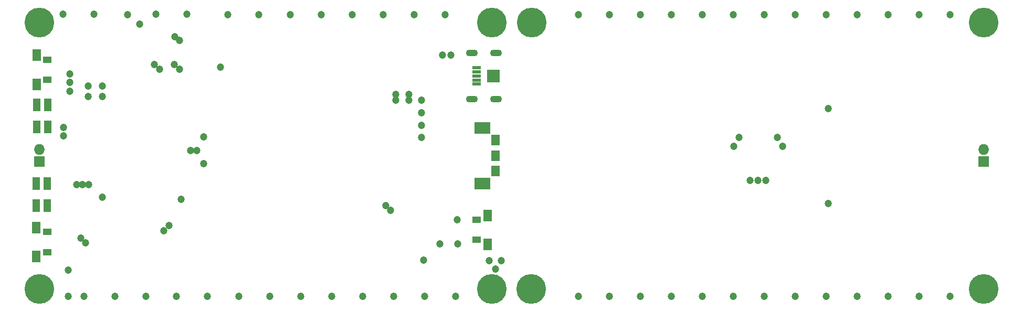
<source format=gbr>
G04 #@! TF.GenerationSoftware,KiCad,Pcbnew,5.0.0*
G04 #@! TF.CreationDate,2018-08-30T01:52:46+01:00*
G04 #@! TF.ProjectId,test,746573742E6B696361645F7063620000,rev?*
G04 #@! TF.SameCoordinates,Original*
G04 #@! TF.FileFunction,Soldermask,Bot*
G04 #@! TF.FilePolarity,Negative*
%FSLAX46Y46*%
G04 Gerber Fmt 4.6, Leading zero omitted, Abs format (unit mm)*
G04 Created by KiCad (PCBNEW 5.0.0) date Thu Aug 30 01:52:46 2018*
%MOMM*%
%LPD*%
G01*
G04 APERTURE LIST*
%ADD10R,1.400000X1.950000*%
%ADD11R,1.400000X1.000000*%
%ADD12R,1.450000X0.500000*%
%ADD13O,1.900000X1.100000*%
%ADD14R,2.100000X2.100000*%
%ADD15R,1.750000X1.750000*%
%ADD16O,1.750000X1.750000*%
%ADD17C,4.800000*%
%ADD18R,1.250000X2.000000*%
%ADD19R,2.550000X1.900000*%
%ADD20R,1.400000X1.800000*%
%ADD21R,1.400000X1.700000*%
%ADD22C,1.200000*%
G04 APERTURE END LIST*
D10*
G04 #@! TO.C,SW1*
X86900000Y-45750000D03*
X86900000Y-50450000D03*
D11*
X85175000Y-49700000D03*
X85175000Y-46475000D03*
G04 #@! TD*
D10*
G04 #@! TO.C,SW3*
X14200000Y-24600000D03*
X14200000Y-19900000D03*
D11*
X15925000Y-20650000D03*
X15925000Y-23875000D03*
G04 #@! TD*
G04 #@! TO.C,SW2*
X15875000Y-51675000D03*
X15875000Y-48450000D03*
D10*
X14150000Y-47700000D03*
X14150000Y-52400000D03*
G04 #@! TD*
D12*
G04 #@! TO.C,J1*
X85175000Y-24550000D03*
X85175000Y-23900000D03*
X85175000Y-23250000D03*
X85175000Y-22600000D03*
X85175000Y-21950000D03*
D13*
X88300000Y-26950000D03*
D14*
X87850000Y-23250000D03*
D13*
X88300000Y-19550000D03*
X84400000Y-26950000D03*
X84400000Y-19575000D03*
G04 #@! TD*
D15*
G04 #@! TO.C,J2*
X14600000Y-37100000D03*
D16*
X14600000Y-35100000D03*
G04 #@! TD*
D17*
G04 #@! TO.C,MH3*
X87600000Y-57600000D03*
G04 #@! TD*
G04 #@! TO.C,MH4*
X87600000Y-14600000D03*
G04 #@! TD*
G04 #@! TO.C,MH6*
X14600000Y-14600000D03*
G04 #@! TD*
D18*
G04 #@! TO.C,D8*
X14225000Y-27950000D03*
X15975000Y-27950000D03*
X14225000Y-31450000D03*
X15975000Y-31450000D03*
G04 #@! TD*
D19*
G04 #@! TO.C,BAT1*
X86117919Y-31638069D03*
D20*
X88217919Y-38600000D03*
D19*
X86117919Y-40638069D03*
D21*
X88217919Y-36100000D03*
D20*
X88217919Y-33600000D03*
G04 #@! TD*
D17*
G04 #@! TO.C,MH5*
X14600000Y-57600000D03*
G04 #@! TD*
D18*
G04 #@! TO.C,D4*
X14125000Y-40650000D03*
X15875000Y-40650000D03*
X14125000Y-44150000D03*
X15875000Y-44150000D03*
G04 #@! TD*
D15*
G04 #@! TO.C,J1*
X166950000Y-37100000D03*
D16*
X166950000Y-35100000D03*
G04 #@! TD*
D17*
G04 #@! TO.C,MH1*
X93950000Y-57600000D03*
G04 #@! TD*
G04 #@! TO.C,MH2*
X94000000Y-14600000D03*
G04 #@! TD*
G04 #@! TO.C,MH3*
X166950000Y-14600000D03*
G04 #@! TD*
G04 #@! TO.C,MH4*
X166950000Y-57600000D03*
G04 #@! TD*
D22*
X36400000Y-21399998D03*
X37200000Y-22200000D03*
X36499996Y-16900000D03*
X37200000Y-17500000D03*
X76300000Y-27200002D03*
X76300000Y-29200000D03*
X76300000Y-31200002D03*
X76300000Y-33200000D03*
X19500000Y-25700000D03*
X21300000Y-49400000D03*
X18500000Y-31599998D03*
X127450000Y-33200000D03*
X133650002Y-33200000D03*
X130550000Y-40100000D03*
X89100000Y-53100000D03*
X87200000Y-53100000D03*
X40000000Y-35300000D03*
X39000000Y-35300000D03*
X70500000Y-44200000D03*
X71300000Y-44900000D03*
X19500000Y-24300000D03*
X19500000Y-22900000D03*
X22100000Y-50200000D03*
X88200000Y-54400000D03*
X81800000Y-58850000D03*
X76800000Y-58850000D03*
X66750000Y-58850000D03*
X71750000Y-58850000D03*
X61800000Y-58850000D03*
X56800000Y-58850000D03*
X46800000Y-58850000D03*
X41750000Y-58850000D03*
X26800000Y-58850000D03*
X36750000Y-58850000D03*
X51800000Y-58850000D03*
X31800000Y-58850000D03*
X21800000Y-58850000D03*
X18500000Y-32900000D03*
X126600000Y-34600000D03*
X134550000Y-34600000D03*
X131800000Y-40100000D03*
X129300000Y-40100000D03*
X72100000Y-27199996D03*
X81000002Y-19900000D03*
X79650000Y-19900000D03*
X72095000Y-26200000D03*
X24800000Y-42800006D03*
X24800000Y-26600000D03*
X24800000Y-24900000D03*
X74200000Y-27200000D03*
X82100000Y-50400000D03*
X21600000Y-40800000D03*
X151550000Y-13350000D03*
X156550000Y-13350000D03*
X161550000Y-13350000D03*
X74200000Y-26200000D03*
X19250000Y-54600000D03*
X19250000Y-58850000D03*
X22600000Y-40800000D03*
X20600000Y-40800000D03*
X45050000Y-13350000D03*
X22500000Y-24899998D03*
X22500000Y-26600000D03*
X41100000Y-33100000D03*
X41100000Y-37400000D03*
X43800000Y-21800000D03*
X79200000Y-50400000D03*
X136550000Y-13350000D03*
X141550000Y-13350000D03*
X146550000Y-13350000D03*
X121550000Y-13350000D03*
X126550000Y-13350000D03*
X131550000Y-13350000D03*
X111550000Y-13350000D03*
X116550000Y-13350000D03*
X106550000Y-13350000D03*
X101550000Y-13350000D03*
X146550000Y-58850000D03*
X151550000Y-58850000D03*
X156550000Y-58850000D03*
X136550000Y-58850000D03*
X141550000Y-58850000D03*
X116550000Y-58850000D03*
X131550000Y-58850000D03*
X126550000Y-58850000D03*
X161550000Y-58850000D03*
X111550000Y-58850000D03*
X101550000Y-58850000D03*
X121550000Y-58850000D03*
X106550000Y-58850000D03*
X50050000Y-13350000D03*
X55050000Y-13350000D03*
X60050000Y-13350000D03*
X65050000Y-13350000D03*
X70050000Y-13350000D03*
X75050000Y-13350000D03*
X80050000Y-13350000D03*
X76600000Y-53000000D03*
X33200000Y-21400000D03*
X34000000Y-22200000D03*
X18400000Y-13300000D03*
X38400000Y-13300000D03*
X28850000Y-13350000D03*
X33400000Y-13300000D03*
X23400000Y-13300000D03*
X30800000Y-14900000D03*
X35500000Y-47400000D03*
X34700000Y-48200000D03*
X82000000Y-46435000D03*
X141849996Y-28550000D03*
X37500000Y-43200000D03*
X141850000Y-43800004D03*
M02*

</source>
